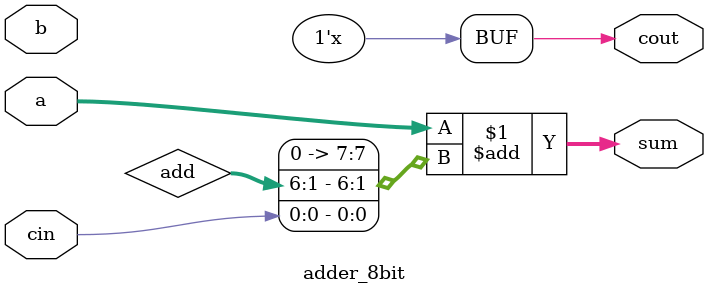
<source format=v>
module adder_8bit ( 
    input [7:0] a, b, 
    input cin, 
    output [7:0] sum, 
    output cout 
    );

wire [7:1] add; //[sum+1:0] = [a[7:1]+b[7:1]] + cin
assign sum[7:0] = a[7:0] + {add[6:1],cin};
assign cout = add[8];
endmodule
</source>
